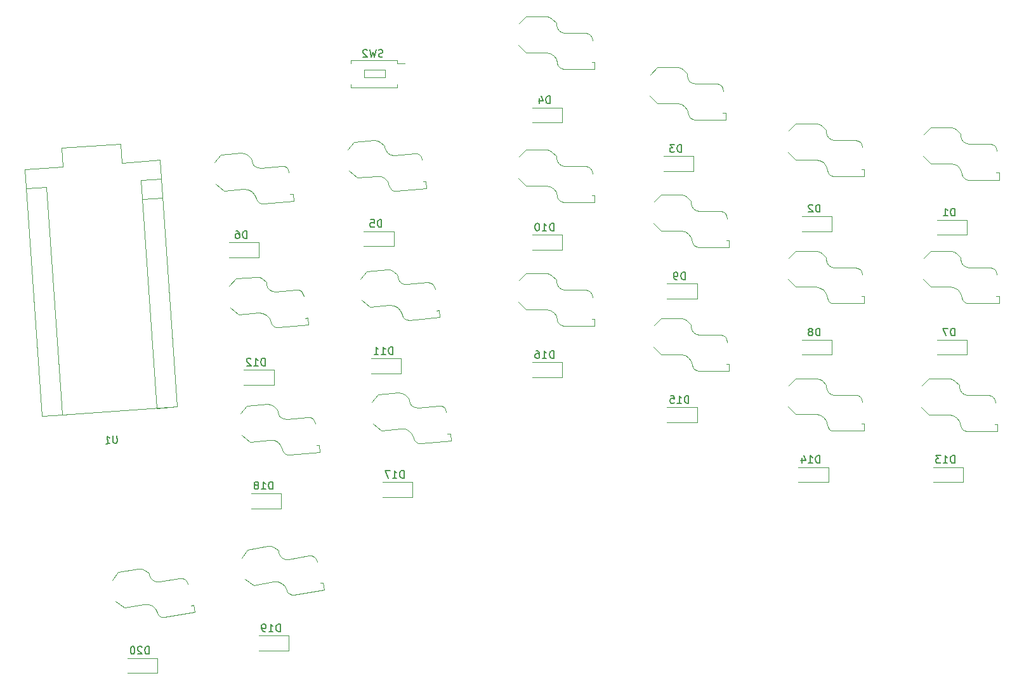
<source format=gbr>
%TF.GenerationSoftware,KiCad,Pcbnew,9.0.6-1.fc43*%
%TF.CreationDate,2026-01-15T13:14:43-05:00*%
%TF.ProjectId,Right,52696768-742e-46b6-9963-61645f706362,rev?*%
%TF.SameCoordinates,Original*%
%TF.FileFunction,Legend,Bot*%
%TF.FilePolarity,Positive*%
%FSLAX46Y46*%
G04 Gerber Fmt 4.6, Leading zero omitted, Abs format (unit mm)*
G04 Created by KiCad (PCBNEW 9.0.6-1.fc43) date 2026-01-15 13:14:43*
%MOMM*%
%LPD*%
G01*
G04 APERTURE LIST*
%ADD10C,0.150000*%
%ADD11C,0.120000*%
G04 APERTURE END LIST*
D10*
X151088094Y-80954819D02*
X151088094Y-79954819D01*
X151088094Y-79954819D02*
X150849999Y-79954819D01*
X150849999Y-79954819D02*
X150707142Y-80002438D01*
X150707142Y-80002438D02*
X150611904Y-80097676D01*
X150611904Y-80097676D02*
X150564285Y-80192914D01*
X150564285Y-80192914D02*
X150516666Y-80383390D01*
X150516666Y-80383390D02*
X150516666Y-80526247D01*
X150516666Y-80526247D02*
X150564285Y-80716723D01*
X150564285Y-80716723D02*
X150611904Y-80811961D01*
X150611904Y-80811961D02*
X150707142Y-80907200D01*
X150707142Y-80907200D02*
X150849999Y-80954819D01*
X150849999Y-80954819D02*
X151088094Y-80954819D01*
X149611904Y-79954819D02*
X150088094Y-79954819D01*
X150088094Y-79954819D02*
X150135713Y-80431009D01*
X150135713Y-80431009D02*
X150088094Y-80383390D01*
X150088094Y-80383390D02*
X149992856Y-80335771D01*
X149992856Y-80335771D02*
X149754761Y-80335771D01*
X149754761Y-80335771D02*
X149659523Y-80383390D01*
X149659523Y-80383390D02*
X149611904Y-80431009D01*
X149611904Y-80431009D02*
X149564285Y-80526247D01*
X149564285Y-80526247D02*
X149564285Y-80764342D01*
X149564285Y-80764342D02*
X149611904Y-80859580D01*
X149611904Y-80859580D02*
X149659523Y-80907200D01*
X149659523Y-80907200D02*
X149754761Y-80954819D01*
X149754761Y-80954819D02*
X149992856Y-80954819D01*
X149992856Y-80954819D02*
X150088094Y-80907200D01*
X150088094Y-80907200D02*
X150135713Y-80859580D01*
X174064285Y-81454819D02*
X174064285Y-80454819D01*
X174064285Y-80454819D02*
X173826190Y-80454819D01*
X173826190Y-80454819D02*
X173683333Y-80502438D01*
X173683333Y-80502438D02*
X173588095Y-80597676D01*
X173588095Y-80597676D02*
X173540476Y-80692914D01*
X173540476Y-80692914D02*
X173492857Y-80883390D01*
X173492857Y-80883390D02*
X173492857Y-81026247D01*
X173492857Y-81026247D02*
X173540476Y-81216723D01*
X173540476Y-81216723D02*
X173588095Y-81311961D01*
X173588095Y-81311961D02*
X173683333Y-81407200D01*
X173683333Y-81407200D02*
X173826190Y-81454819D01*
X173826190Y-81454819D02*
X174064285Y-81454819D01*
X172540476Y-81454819D02*
X173111904Y-81454819D01*
X172826190Y-81454819D02*
X172826190Y-80454819D01*
X172826190Y-80454819D02*
X172921428Y-80597676D01*
X172921428Y-80597676D02*
X173016666Y-80692914D01*
X173016666Y-80692914D02*
X173111904Y-80740533D01*
X171921428Y-80454819D02*
X171826190Y-80454819D01*
X171826190Y-80454819D02*
X171730952Y-80502438D01*
X171730952Y-80502438D02*
X171683333Y-80550057D01*
X171683333Y-80550057D02*
X171635714Y-80645295D01*
X171635714Y-80645295D02*
X171588095Y-80835771D01*
X171588095Y-80835771D02*
X171588095Y-81073866D01*
X171588095Y-81073866D02*
X171635714Y-81264342D01*
X171635714Y-81264342D02*
X171683333Y-81359580D01*
X171683333Y-81359580D02*
X171730952Y-81407200D01*
X171730952Y-81407200D02*
X171826190Y-81454819D01*
X171826190Y-81454819D02*
X171921428Y-81454819D01*
X171921428Y-81454819D02*
X172016666Y-81407200D01*
X172016666Y-81407200D02*
X172064285Y-81359580D01*
X172064285Y-81359580D02*
X172111904Y-81264342D01*
X172111904Y-81264342D02*
X172159523Y-81073866D01*
X172159523Y-81073866D02*
X172159523Y-80835771D01*
X172159523Y-80835771D02*
X172111904Y-80645295D01*
X172111904Y-80645295D02*
X172064285Y-80550057D01*
X172064285Y-80550057D02*
X172016666Y-80502438D01*
X172016666Y-80502438D02*
X171921428Y-80454819D01*
X227588094Y-95454819D02*
X227588094Y-94454819D01*
X227588094Y-94454819D02*
X227349999Y-94454819D01*
X227349999Y-94454819D02*
X227207142Y-94502438D01*
X227207142Y-94502438D02*
X227111904Y-94597676D01*
X227111904Y-94597676D02*
X227064285Y-94692914D01*
X227064285Y-94692914D02*
X227016666Y-94883390D01*
X227016666Y-94883390D02*
X227016666Y-95026247D01*
X227016666Y-95026247D02*
X227064285Y-95216723D01*
X227064285Y-95216723D02*
X227111904Y-95311961D01*
X227111904Y-95311961D02*
X227207142Y-95407200D01*
X227207142Y-95407200D02*
X227349999Y-95454819D01*
X227349999Y-95454819D02*
X227588094Y-95454819D01*
X226683332Y-94454819D02*
X226016666Y-94454819D01*
X226016666Y-94454819D02*
X226445237Y-95454819D01*
X174064285Y-98454819D02*
X174064285Y-97454819D01*
X174064285Y-97454819D02*
X173826190Y-97454819D01*
X173826190Y-97454819D02*
X173683333Y-97502438D01*
X173683333Y-97502438D02*
X173588095Y-97597676D01*
X173588095Y-97597676D02*
X173540476Y-97692914D01*
X173540476Y-97692914D02*
X173492857Y-97883390D01*
X173492857Y-97883390D02*
X173492857Y-98026247D01*
X173492857Y-98026247D02*
X173540476Y-98216723D01*
X173540476Y-98216723D02*
X173588095Y-98311961D01*
X173588095Y-98311961D02*
X173683333Y-98407200D01*
X173683333Y-98407200D02*
X173826190Y-98454819D01*
X173826190Y-98454819D02*
X174064285Y-98454819D01*
X172540476Y-98454819D02*
X173111904Y-98454819D01*
X172826190Y-98454819D02*
X172826190Y-97454819D01*
X172826190Y-97454819D02*
X172921428Y-97597676D01*
X172921428Y-97597676D02*
X173016666Y-97692914D01*
X173016666Y-97692914D02*
X173111904Y-97740533D01*
X171683333Y-97454819D02*
X171873809Y-97454819D01*
X171873809Y-97454819D02*
X171969047Y-97502438D01*
X171969047Y-97502438D02*
X172016666Y-97550057D01*
X172016666Y-97550057D02*
X172111904Y-97692914D01*
X172111904Y-97692914D02*
X172159523Y-97883390D01*
X172159523Y-97883390D02*
X172159523Y-98264342D01*
X172159523Y-98264342D02*
X172111904Y-98359580D01*
X172111904Y-98359580D02*
X172064285Y-98407200D01*
X172064285Y-98407200D02*
X171969047Y-98454819D01*
X171969047Y-98454819D02*
X171778571Y-98454819D01*
X171778571Y-98454819D02*
X171683333Y-98407200D01*
X171683333Y-98407200D02*
X171635714Y-98359580D01*
X171635714Y-98359580D02*
X171588095Y-98264342D01*
X171588095Y-98264342D02*
X171588095Y-98026247D01*
X171588095Y-98026247D02*
X171635714Y-97931009D01*
X171635714Y-97931009D02*
X171683333Y-97883390D01*
X171683333Y-97883390D02*
X171778571Y-97835771D01*
X171778571Y-97835771D02*
X171969047Y-97835771D01*
X171969047Y-97835771D02*
X172064285Y-97883390D01*
X172064285Y-97883390D02*
X172111904Y-97931009D01*
X172111904Y-97931009D02*
X172159523Y-98026247D01*
X191088094Y-70954819D02*
X191088094Y-69954819D01*
X191088094Y-69954819D02*
X190849999Y-69954819D01*
X190849999Y-69954819D02*
X190707142Y-70002438D01*
X190707142Y-70002438D02*
X190611904Y-70097676D01*
X190611904Y-70097676D02*
X190564285Y-70192914D01*
X190564285Y-70192914D02*
X190516666Y-70383390D01*
X190516666Y-70383390D02*
X190516666Y-70526247D01*
X190516666Y-70526247D02*
X190564285Y-70716723D01*
X190564285Y-70716723D02*
X190611904Y-70811961D01*
X190611904Y-70811961D02*
X190707142Y-70907200D01*
X190707142Y-70907200D02*
X190849999Y-70954819D01*
X190849999Y-70954819D02*
X191088094Y-70954819D01*
X190183332Y-69954819D02*
X189564285Y-69954819D01*
X189564285Y-69954819D02*
X189897618Y-70335771D01*
X189897618Y-70335771D02*
X189754761Y-70335771D01*
X189754761Y-70335771D02*
X189659523Y-70383390D01*
X189659523Y-70383390D02*
X189611904Y-70431009D01*
X189611904Y-70431009D02*
X189564285Y-70526247D01*
X189564285Y-70526247D02*
X189564285Y-70764342D01*
X189564285Y-70764342D02*
X189611904Y-70859580D01*
X189611904Y-70859580D02*
X189659523Y-70907200D01*
X189659523Y-70907200D02*
X189754761Y-70954819D01*
X189754761Y-70954819D02*
X190040475Y-70954819D01*
X190040475Y-70954819D02*
X190135713Y-70907200D01*
X190135713Y-70907200D02*
X190183332Y-70859580D01*
X133088094Y-82454819D02*
X133088094Y-81454819D01*
X133088094Y-81454819D02*
X132849999Y-81454819D01*
X132849999Y-81454819D02*
X132707142Y-81502438D01*
X132707142Y-81502438D02*
X132611904Y-81597676D01*
X132611904Y-81597676D02*
X132564285Y-81692914D01*
X132564285Y-81692914D02*
X132516666Y-81883390D01*
X132516666Y-81883390D02*
X132516666Y-82026247D01*
X132516666Y-82026247D02*
X132564285Y-82216723D01*
X132564285Y-82216723D02*
X132611904Y-82311961D01*
X132611904Y-82311961D02*
X132707142Y-82407200D01*
X132707142Y-82407200D02*
X132849999Y-82454819D01*
X132849999Y-82454819D02*
X133088094Y-82454819D01*
X131659523Y-81454819D02*
X131849999Y-81454819D01*
X131849999Y-81454819D02*
X131945237Y-81502438D01*
X131945237Y-81502438D02*
X131992856Y-81550057D01*
X131992856Y-81550057D02*
X132088094Y-81692914D01*
X132088094Y-81692914D02*
X132135713Y-81883390D01*
X132135713Y-81883390D02*
X132135713Y-82264342D01*
X132135713Y-82264342D02*
X132088094Y-82359580D01*
X132088094Y-82359580D02*
X132040475Y-82407200D01*
X132040475Y-82407200D02*
X131945237Y-82454819D01*
X131945237Y-82454819D02*
X131754761Y-82454819D01*
X131754761Y-82454819D02*
X131659523Y-82407200D01*
X131659523Y-82407200D02*
X131611904Y-82359580D01*
X131611904Y-82359580D02*
X131564285Y-82264342D01*
X131564285Y-82264342D02*
X131564285Y-82026247D01*
X131564285Y-82026247D02*
X131611904Y-81931009D01*
X131611904Y-81931009D02*
X131659523Y-81883390D01*
X131659523Y-81883390D02*
X131754761Y-81835771D01*
X131754761Y-81835771D02*
X131945237Y-81835771D01*
X131945237Y-81835771D02*
X132040475Y-81883390D01*
X132040475Y-81883390D02*
X132088094Y-81931009D01*
X132088094Y-81931009D02*
X132135713Y-82026247D01*
X192064285Y-104454819D02*
X192064285Y-103454819D01*
X192064285Y-103454819D02*
X191826190Y-103454819D01*
X191826190Y-103454819D02*
X191683333Y-103502438D01*
X191683333Y-103502438D02*
X191588095Y-103597676D01*
X191588095Y-103597676D02*
X191540476Y-103692914D01*
X191540476Y-103692914D02*
X191492857Y-103883390D01*
X191492857Y-103883390D02*
X191492857Y-104026247D01*
X191492857Y-104026247D02*
X191540476Y-104216723D01*
X191540476Y-104216723D02*
X191588095Y-104311961D01*
X191588095Y-104311961D02*
X191683333Y-104407200D01*
X191683333Y-104407200D02*
X191826190Y-104454819D01*
X191826190Y-104454819D02*
X192064285Y-104454819D01*
X190540476Y-104454819D02*
X191111904Y-104454819D01*
X190826190Y-104454819D02*
X190826190Y-103454819D01*
X190826190Y-103454819D02*
X190921428Y-103597676D01*
X190921428Y-103597676D02*
X191016666Y-103692914D01*
X191016666Y-103692914D02*
X191111904Y-103740533D01*
X189635714Y-103454819D02*
X190111904Y-103454819D01*
X190111904Y-103454819D02*
X190159523Y-103931009D01*
X190159523Y-103931009D02*
X190111904Y-103883390D01*
X190111904Y-103883390D02*
X190016666Y-103835771D01*
X190016666Y-103835771D02*
X189778571Y-103835771D01*
X189778571Y-103835771D02*
X189683333Y-103883390D01*
X189683333Y-103883390D02*
X189635714Y-103931009D01*
X189635714Y-103931009D02*
X189588095Y-104026247D01*
X189588095Y-104026247D02*
X189588095Y-104264342D01*
X189588095Y-104264342D02*
X189635714Y-104359580D01*
X189635714Y-104359580D02*
X189683333Y-104407200D01*
X189683333Y-104407200D02*
X189778571Y-104454819D01*
X189778571Y-104454819D02*
X190016666Y-104454819D01*
X190016666Y-104454819D02*
X190111904Y-104407200D01*
X190111904Y-104407200D02*
X190159523Y-104359580D01*
X152564285Y-97954819D02*
X152564285Y-96954819D01*
X152564285Y-96954819D02*
X152326190Y-96954819D01*
X152326190Y-96954819D02*
X152183333Y-97002438D01*
X152183333Y-97002438D02*
X152088095Y-97097676D01*
X152088095Y-97097676D02*
X152040476Y-97192914D01*
X152040476Y-97192914D02*
X151992857Y-97383390D01*
X151992857Y-97383390D02*
X151992857Y-97526247D01*
X151992857Y-97526247D02*
X152040476Y-97716723D01*
X152040476Y-97716723D02*
X152088095Y-97811961D01*
X152088095Y-97811961D02*
X152183333Y-97907200D01*
X152183333Y-97907200D02*
X152326190Y-97954819D01*
X152326190Y-97954819D02*
X152564285Y-97954819D01*
X151040476Y-97954819D02*
X151611904Y-97954819D01*
X151326190Y-97954819D02*
X151326190Y-96954819D01*
X151326190Y-96954819D02*
X151421428Y-97097676D01*
X151421428Y-97097676D02*
X151516666Y-97192914D01*
X151516666Y-97192914D02*
X151611904Y-97240533D01*
X150088095Y-97954819D02*
X150659523Y-97954819D01*
X150373809Y-97954819D02*
X150373809Y-96954819D01*
X150373809Y-96954819D02*
X150469047Y-97097676D01*
X150469047Y-97097676D02*
X150564285Y-97192914D01*
X150564285Y-97192914D02*
X150659523Y-97240533D01*
X136564285Y-115954819D02*
X136564285Y-114954819D01*
X136564285Y-114954819D02*
X136326190Y-114954819D01*
X136326190Y-114954819D02*
X136183333Y-115002438D01*
X136183333Y-115002438D02*
X136088095Y-115097676D01*
X136088095Y-115097676D02*
X136040476Y-115192914D01*
X136040476Y-115192914D02*
X135992857Y-115383390D01*
X135992857Y-115383390D02*
X135992857Y-115526247D01*
X135992857Y-115526247D02*
X136040476Y-115716723D01*
X136040476Y-115716723D02*
X136088095Y-115811961D01*
X136088095Y-115811961D02*
X136183333Y-115907200D01*
X136183333Y-115907200D02*
X136326190Y-115954819D01*
X136326190Y-115954819D02*
X136564285Y-115954819D01*
X135040476Y-115954819D02*
X135611904Y-115954819D01*
X135326190Y-115954819D02*
X135326190Y-114954819D01*
X135326190Y-114954819D02*
X135421428Y-115097676D01*
X135421428Y-115097676D02*
X135516666Y-115192914D01*
X135516666Y-115192914D02*
X135611904Y-115240533D01*
X134469047Y-115383390D02*
X134564285Y-115335771D01*
X134564285Y-115335771D02*
X134611904Y-115288152D01*
X134611904Y-115288152D02*
X134659523Y-115192914D01*
X134659523Y-115192914D02*
X134659523Y-115145295D01*
X134659523Y-115145295D02*
X134611904Y-115050057D01*
X134611904Y-115050057D02*
X134564285Y-115002438D01*
X134564285Y-115002438D02*
X134469047Y-114954819D01*
X134469047Y-114954819D02*
X134278571Y-114954819D01*
X134278571Y-114954819D02*
X134183333Y-115002438D01*
X134183333Y-115002438D02*
X134135714Y-115050057D01*
X134135714Y-115050057D02*
X134088095Y-115145295D01*
X134088095Y-115145295D02*
X134088095Y-115192914D01*
X134088095Y-115192914D02*
X134135714Y-115288152D01*
X134135714Y-115288152D02*
X134183333Y-115335771D01*
X134183333Y-115335771D02*
X134278571Y-115383390D01*
X134278571Y-115383390D02*
X134469047Y-115383390D01*
X134469047Y-115383390D02*
X134564285Y-115431009D01*
X134564285Y-115431009D02*
X134611904Y-115478628D01*
X134611904Y-115478628D02*
X134659523Y-115573866D01*
X134659523Y-115573866D02*
X134659523Y-115764342D01*
X134659523Y-115764342D02*
X134611904Y-115859580D01*
X134611904Y-115859580D02*
X134564285Y-115907200D01*
X134564285Y-115907200D02*
X134469047Y-115954819D01*
X134469047Y-115954819D02*
X134278571Y-115954819D01*
X134278571Y-115954819D02*
X134183333Y-115907200D01*
X134183333Y-115907200D02*
X134135714Y-115859580D01*
X134135714Y-115859580D02*
X134088095Y-115764342D01*
X134088095Y-115764342D02*
X134088095Y-115573866D01*
X134088095Y-115573866D02*
X134135714Y-115478628D01*
X134135714Y-115478628D02*
X134183333Y-115431009D01*
X134183333Y-115431009D02*
X134278571Y-115383390D01*
X209588094Y-95454819D02*
X209588094Y-94454819D01*
X209588094Y-94454819D02*
X209349999Y-94454819D01*
X209349999Y-94454819D02*
X209207142Y-94502438D01*
X209207142Y-94502438D02*
X209111904Y-94597676D01*
X209111904Y-94597676D02*
X209064285Y-94692914D01*
X209064285Y-94692914D02*
X209016666Y-94883390D01*
X209016666Y-94883390D02*
X209016666Y-95026247D01*
X209016666Y-95026247D02*
X209064285Y-95216723D01*
X209064285Y-95216723D02*
X209111904Y-95311961D01*
X209111904Y-95311961D02*
X209207142Y-95407200D01*
X209207142Y-95407200D02*
X209349999Y-95454819D01*
X209349999Y-95454819D02*
X209588094Y-95454819D01*
X208445237Y-94883390D02*
X208540475Y-94835771D01*
X208540475Y-94835771D02*
X208588094Y-94788152D01*
X208588094Y-94788152D02*
X208635713Y-94692914D01*
X208635713Y-94692914D02*
X208635713Y-94645295D01*
X208635713Y-94645295D02*
X208588094Y-94550057D01*
X208588094Y-94550057D02*
X208540475Y-94502438D01*
X208540475Y-94502438D02*
X208445237Y-94454819D01*
X208445237Y-94454819D02*
X208254761Y-94454819D01*
X208254761Y-94454819D02*
X208159523Y-94502438D01*
X208159523Y-94502438D02*
X208111904Y-94550057D01*
X208111904Y-94550057D02*
X208064285Y-94645295D01*
X208064285Y-94645295D02*
X208064285Y-94692914D01*
X208064285Y-94692914D02*
X208111904Y-94788152D01*
X208111904Y-94788152D02*
X208159523Y-94835771D01*
X208159523Y-94835771D02*
X208254761Y-94883390D01*
X208254761Y-94883390D02*
X208445237Y-94883390D01*
X208445237Y-94883390D02*
X208540475Y-94931009D01*
X208540475Y-94931009D02*
X208588094Y-94978628D01*
X208588094Y-94978628D02*
X208635713Y-95073866D01*
X208635713Y-95073866D02*
X208635713Y-95264342D01*
X208635713Y-95264342D02*
X208588094Y-95359580D01*
X208588094Y-95359580D02*
X208540475Y-95407200D01*
X208540475Y-95407200D02*
X208445237Y-95454819D01*
X208445237Y-95454819D02*
X208254761Y-95454819D01*
X208254761Y-95454819D02*
X208159523Y-95407200D01*
X208159523Y-95407200D02*
X208111904Y-95359580D01*
X208111904Y-95359580D02*
X208064285Y-95264342D01*
X208064285Y-95264342D02*
X208064285Y-95073866D01*
X208064285Y-95073866D02*
X208111904Y-94978628D01*
X208111904Y-94978628D02*
X208159523Y-94931009D01*
X208159523Y-94931009D02*
X208254761Y-94883390D01*
X209564285Y-112454819D02*
X209564285Y-111454819D01*
X209564285Y-111454819D02*
X209326190Y-111454819D01*
X209326190Y-111454819D02*
X209183333Y-111502438D01*
X209183333Y-111502438D02*
X209088095Y-111597676D01*
X209088095Y-111597676D02*
X209040476Y-111692914D01*
X209040476Y-111692914D02*
X208992857Y-111883390D01*
X208992857Y-111883390D02*
X208992857Y-112026247D01*
X208992857Y-112026247D02*
X209040476Y-112216723D01*
X209040476Y-112216723D02*
X209088095Y-112311961D01*
X209088095Y-112311961D02*
X209183333Y-112407200D01*
X209183333Y-112407200D02*
X209326190Y-112454819D01*
X209326190Y-112454819D02*
X209564285Y-112454819D01*
X208040476Y-112454819D02*
X208611904Y-112454819D01*
X208326190Y-112454819D02*
X208326190Y-111454819D01*
X208326190Y-111454819D02*
X208421428Y-111597676D01*
X208421428Y-111597676D02*
X208516666Y-111692914D01*
X208516666Y-111692914D02*
X208611904Y-111740533D01*
X207183333Y-111788152D02*
X207183333Y-112454819D01*
X207421428Y-111407200D02*
X207659523Y-112121485D01*
X207659523Y-112121485D02*
X207040476Y-112121485D01*
X115773938Y-108772670D02*
X115830408Y-109580222D01*
X115830408Y-109580222D02*
X115789548Y-109678549D01*
X115789548Y-109678549D02*
X115745367Y-109729374D01*
X115745367Y-109729374D02*
X115653683Y-109783521D01*
X115653683Y-109783521D02*
X115463670Y-109796808D01*
X115463670Y-109796808D02*
X115365343Y-109755948D01*
X115365343Y-109755948D02*
X115314518Y-109711767D01*
X115314518Y-109711767D02*
X115260371Y-109620082D01*
X115260371Y-109620082D02*
X115203902Y-108812531D01*
X114276094Y-109879851D02*
X114846131Y-109839990D01*
X114561113Y-109859921D02*
X114491356Y-108862357D01*
X114491356Y-108862357D02*
X114596327Y-108998222D01*
X114596327Y-108998222D02*
X114697977Y-109086585D01*
X114697977Y-109086585D02*
X114796305Y-109127445D01*
X227564285Y-112454819D02*
X227564285Y-111454819D01*
X227564285Y-111454819D02*
X227326190Y-111454819D01*
X227326190Y-111454819D02*
X227183333Y-111502438D01*
X227183333Y-111502438D02*
X227088095Y-111597676D01*
X227088095Y-111597676D02*
X227040476Y-111692914D01*
X227040476Y-111692914D02*
X226992857Y-111883390D01*
X226992857Y-111883390D02*
X226992857Y-112026247D01*
X226992857Y-112026247D02*
X227040476Y-112216723D01*
X227040476Y-112216723D02*
X227088095Y-112311961D01*
X227088095Y-112311961D02*
X227183333Y-112407200D01*
X227183333Y-112407200D02*
X227326190Y-112454819D01*
X227326190Y-112454819D02*
X227564285Y-112454819D01*
X226040476Y-112454819D02*
X226611904Y-112454819D01*
X226326190Y-112454819D02*
X226326190Y-111454819D01*
X226326190Y-111454819D02*
X226421428Y-111597676D01*
X226421428Y-111597676D02*
X226516666Y-111692914D01*
X226516666Y-111692914D02*
X226611904Y-111740533D01*
X225707142Y-111454819D02*
X225088095Y-111454819D01*
X225088095Y-111454819D02*
X225421428Y-111835771D01*
X225421428Y-111835771D02*
X225278571Y-111835771D01*
X225278571Y-111835771D02*
X225183333Y-111883390D01*
X225183333Y-111883390D02*
X225135714Y-111931009D01*
X225135714Y-111931009D02*
X225088095Y-112026247D01*
X225088095Y-112026247D02*
X225088095Y-112264342D01*
X225088095Y-112264342D02*
X225135714Y-112359580D01*
X225135714Y-112359580D02*
X225183333Y-112407200D01*
X225183333Y-112407200D02*
X225278571Y-112454819D01*
X225278571Y-112454819D02*
X225564285Y-112454819D01*
X225564285Y-112454819D02*
X225659523Y-112407200D01*
X225659523Y-112407200D02*
X225707142Y-112359580D01*
X120064285Y-137954819D02*
X120064285Y-136954819D01*
X120064285Y-136954819D02*
X119826190Y-136954819D01*
X119826190Y-136954819D02*
X119683333Y-137002438D01*
X119683333Y-137002438D02*
X119588095Y-137097676D01*
X119588095Y-137097676D02*
X119540476Y-137192914D01*
X119540476Y-137192914D02*
X119492857Y-137383390D01*
X119492857Y-137383390D02*
X119492857Y-137526247D01*
X119492857Y-137526247D02*
X119540476Y-137716723D01*
X119540476Y-137716723D02*
X119588095Y-137811961D01*
X119588095Y-137811961D02*
X119683333Y-137907200D01*
X119683333Y-137907200D02*
X119826190Y-137954819D01*
X119826190Y-137954819D02*
X120064285Y-137954819D01*
X119111904Y-137050057D02*
X119064285Y-137002438D01*
X119064285Y-137002438D02*
X118969047Y-136954819D01*
X118969047Y-136954819D02*
X118730952Y-136954819D01*
X118730952Y-136954819D02*
X118635714Y-137002438D01*
X118635714Y-137002438D02*
X118588095Y-137050057D01*
X118588095Y-137050057D02*
X118540476Y-137145295D01*
X118540476Y-137145295D02*
X118540476Y-137240533D01*
X118540476Y-137240533D02*
X118588095Y-137383390D01*
X118588095Y-137383390D02*
X119159523Y-137954819D01*
X119159523Y-137954819D02*
X118540476Y-137954819D01*
X117921428Y-136954819D02*
X117826190Y-136954819D01*
X117826190Y-136954819D02*
X117730952Y-137002438D01*
X117730952Y-137002438D02*
X117683333Y-137050057D01*
X117683333Y-137050057D02*
X117635714Y-137145295D01*
X117635714Y-137145295D02*
X117588095Y-137335771D01*
X117588095Y-137335771D02*
X117588095Y-137573866D01*
X117588095Y-137573866D02*
X117635714Y-137764342D01*
X117635714Y-137764342D02*
X117683333Y-137859580D01*
X117683333Y-137859580D02*
X117730952Y-137907200D01*
X117730952Y-137907200D02*
X117826190Y-137954819D01*
X117826190Y-137954819D02*
X117921428Y-137954819D01*
X117921428Y-137954819D02*
X118016666Y-137907200D01*
X118016666Y-137907200D02*
X118064285Y-137859580D01*
X118064285Y-137859580D02*
X118111904Y-137764342D01*
X118111904Y-137764342D02*
X118159523Y-137573866D01*
X118159523Y-137573866D02*
X118159523Y-137335771D01*
X118159523Y-137335771D02*
X118111904Y-137145295D01*
X118111904Y-137145295D02*
X118064285Y-137050057D01*
X118064285Y-137050057D02*
X118016666Y-137002438D01*
X118016666Y-137002438D02*
X117921428Y-136954819D01*
X151263332Y-58207200D02*
X151120475Y-58254819D01*
X151120475Y-58254819D02*
X150882380Y-58254819D01*
X150882380Y-58254819D02*
X150787142Y-58207200D01*
X150787142Y-58207200D02*
X150739523Y-58159580D01*
X150739523Y-58159580D02*
X150691904Y-58064342D01*
X150691904Y-58064342D02*
X150691904Y-57969104D01*
X150691904Y-57969104D02*
X150739523Y-57873866D01*
X150739523Y-57873866D02*
X150787142Y-57826247D01*
X150787142Y-57826247D02*
X150882380Y-57778628D01*
X150882380Y-57778628D02*
X151072856Y-57731009D01*
X151072856Y-57731009D02*
X151168094Y-57683390D01*
X151168094Y-57683390D02*
X151215713Y-57635771D01*
X151215713Y-57635771D02*
X151263332Y-57540533D01*
X151263332Y-57540533D02*
X151263332Y-57445295D01*
X151263332Y-57445295D02*
X151215713Y-57350057D01*
X151215713Y-57350057D02*
X151168094Y-57302438D01*
X151168094Y-57302438D02*
X151072856Y-57254819D01*
X151072856Y-57254819D02*
X150834761Y-57254819D01*
X150834761Y-57254819D02*
X150691904Y-57302438D01*
X150358570Y-57254819D02*
X150120475Y-58254819D01*
X150120475Y-58254819D02*
X149929999Y-57540533D01*
X149929999Y-57540533D02*
X149739523Y-58254819D01*
X149739523Y-58254819D02*
X149501428Y-57254819D01*
X149168094Y-57350057D02*
X149120475Y-57302438D01*
X149120475Y-57302438D02*
X149025237Y-57254819D01*
X149025237Y-57254819D02*
X148787142Y-57254819D01*
X148787142Y-57254819D02*
X148691904Y-57302438D01*
X148691904Y-57302438D02*
X148644285Y-57350057D01*
X148644285Y-57350057D02*
X148596666Y-57445295D01*
X148596666Y-57445295D02*
X148596666Y-57540533D01*
X148596666Y-57540533D02*
X148644285Y-57683390D01*
X148644285Y-57683390D02*
X149215713Y-58254819D01*
X149215713Y-58254819D02*
X148596666Y-58254819D01*
X209588094Y-78954819D02*
X209588094Y-77954819D01*
X209588094Y-77954819D02*
X209349999Y-77954819D01*
X209349999Y-77954819D02*
X209207142Y-78002438D01*
X209207142Y-78002438D02*
X209111904Y-78097676D01*
X209111904Y-78097676D02*
X209064285Y-78192914D01*
X209064285Y-78192914D02*
X209016666Y-78383390D01*
X209016666Y-78383390D02*
X209016666Y-78526247D01*
X209016666Y-78526247D02*
X209064285Y-78716723D01*
X209064285Y-78716723D02*
X209111904Y-78811961D01*
X209111904Y-78811961D02*
X209207142Y-78907200D01*
X209207142Y-78907200D02*
X209349999Y-78954819D01*
X209349999Y-78954819D02*
X209588094Y-78954819D01*
X208635713Y-78050057D02*
X208588094Y-78002438D01*
X208588094Y-78002438D02*
X208492856Y-77954819D01*
X208492856Y-77954819D02*
X208254761Y-77954819D01*
X208254761Y-77954819D02*
X208159523Y-78002438D01*
X208159523Y-78002438D02*
X208111904Y-78050057D01*
X208111904Y-78050057D02*
X208064285Y-78145295D01*
X208064285Y-78145295D02*
X208064285Y-78240533D01*
X208064285Y-78240533D02*
X208111904Y-78383390D01*
X208111904Y-78383390D02*
X208683332Y-78954819D01*
X208683332Y-78954819D02*
X208064285Y-78954819D01*
X173588094Y-64454819D02*
X173588094Y-63454819D01*
X173588094Y-63454819D02*
X173349999Y-63454819D01*
X173349999Y-63454819D02*
X173207142Y-63502438D01*
X173207142Y-63502438D02*
X173111904Y-63597676D01*
X173111904Y-63597676D02*
X173064285Y-63692914D01*
X173064285Y-63692914D02*
X173016666Y-63883390D01*
X173016666Y-63883390D02*
X173016666Y-64026247D01*
X173016666Y-64026247D02*
X173064285Y-64216723D01*
X173064285Y-64216723D02*
X173111904Y-64311961D01*
X173111904Y-64311961D02*
X173207142Y-64407200D01*
X173207142Y-64407200D02*
X173349999Y-64454819D01*
X173349999Y-64454819D02*
X173588094Y-64454819D01*
X172159523Y-63788152D02*
X172159523Y-64454819D01*
X172397618Y-63407200D02*
X172635713Y-64121485D01*
X172635713Y-64121485D02*
X172016666Y-64121485D01*
X154064285Y-114454819D02*
X154064285Y-113454819D01*
X154064285Y-113454819D02*
X153826190Y-113454819D01*
X153826190Y-113454819D02*
X153683333Y-113502438D01*
X153683333Y-113502438D02*
X153588095Y-113597676D01*
X153588095Y-113597676D02*
X153540476Y-113692914D01*
X153540476Y-113692914D02*
X153492857Y-113883390D01*
X153492857Y-113883390D02*
X153492857Y-114026247D01*
X153492857Y-114026247D02*
X153540476Y-114216723D01*
X153540476Y-114216723D02*
X153588095Y-114311961D01*
X153588095Y-114311961D02*
X153683333Y-114407200D01*
X153683333Y-114407200D02*
X153826190Y-114454819D01*
X153826190Y-114454819D02*
X154064285Y-114454819D01*
X152540476Y-114454819D02*
X153111904Y-114454819D01*
X152826190Y-114454819D02*
X152826190Y-113454819D01*
X152826190Y-113454819D02*
X152921428Y-113597676D01*
X152921428Y-113597676D02*
X153016666Y-113692914D01*
X153016666Y-113692914D02*
X153111904Y-113740533D01*
X152207142Y-113454819D02*
X151540476Y-113454819D01*
X151540476Y-113454819D02*
X151969047Y-114454819D01*
X191588094Y-87954819D02*
X191588094Y-86954819D01*
X191588094Y-86954819D02*
X191349999Y-86954819D01*
X191349999Y-86954819D02*
X191207142Y-87002438D01*
X191207142Y-87002438D02*
X191111904Y-87097676D01*
X191111904Y-87097676D02*
X191064285Y-87192914D01*
X191064285Y-87192914D02*
X191016666Y-87383390D01*
X191016666Y-87383390D02*
X191016666Y-87526247D01*
X191016666Y-87526247D02*
X191064285Y-87716723D01*
X191064285Y-87716723D02*
X191111904Y-87811961D01*
X191111904Y-87811961D02*
X191207142Y-87907200D01*
X191207142Y-87907200D02*
X191349999Y-87954819D01*
X191349999Y-87954819D02*
X191588094Y-87954819D01*
X190540475Y-87954819D02*
X190349999Y-87954819D01*
X190349999Y-87954819D02*
X190254761Y-87907200D01*
X190254761Y-87907200D02*
X190207142Y-87859580D01*
X190207142Y-87859580D02*
X190111904Y-87716723D01*
X190111904Y-87716723D02*
X190064285Y-87526247D01*
X190064285Y-87526247D02*
X190064285Y-87145295D01*
X190064285Y-87145295D02*
X190111904Y-87050057D01*
X190111904Y-87050057D02*
X190159523Y-87002438D01*
X190159523Y-87002438D02*
X190254761Y-86954819D01*
X190254761Y-86954819D02*
X190445237Y-86954819D01*
X190445237Y-86954819D02*
X190540475Y-87002438D01*
X190540475Y-87002438D02*
X190588094Y-87050057D01*
X190588094Y-87050057D02*
X190635713Y-87145295D01*
X190635713Y-87145295D02*
X190635713Y-87383390D01*
X190635713Y-87383390D02*
X190588094Y-87478628D01*
X190588094Y-87478628D02*
X190540475Y-87526247D01*
X190540475Y-87526247D02*
X190445237Y-87573866D01*
X190445237Y-87573866D02*
X190254761Y-87573866D01*
X190254761Y-87573866D02*
X190159523Y-87526247D01*
X190159523Y-87526247D02*
X190111904Y-87478628D01*
X190111904Y-87478628D02*
X190064285Y-87383390D01*
X227588094Y-79454819D02*
X227588094Y-78454819D01*
X227588094Y-78454819D02*
X227349999Y-78454819D01*
X227349999Y-78454819D02*
X227207142Y-78502438D01*
X227207142Y-78502438D02*
X227111904Y-78597676D01*
X227111904Y-78597676D02*
X227064285Y-78692914D01*
X227064285Y-78692914D02*
X227016666Y-78883390D01*
X227016666Y-78883390D02*
X227016666Y-79026247D01*
X227016666Y-79026247D02*
X227064285Y-79216723D01*
X227064285Y-79216723D02*
X227111904Y-79311961D01*
X227111904Y-79311961D02*
X227207142Y-79407200D01*
X227207142Y-79407200D02*
X227349999Y-79454819D01*
X227349999Y-79454819D02*
X227588094Y-79454819D01*
X226064285Y-79454819D02*
X226635713Y-79454819D01*
X226349999Y-79454819D02*
X226349999Y-78454819D01*
X226349999Y-78454819D02*
X226445237Y-78597676D01*
X226445237Y-78597676D02*
X226540475Y-78692914D01*
X226540475Y-78692914D02*
X226635713Y-78740533D01*
X135564285Y-99454819D02*
X135564285Y-98454819D01*
X135564285Y-98454819D02*
X135326190Y-98454819D01*
X135326190Y-98454819D02*
X135183333Y-98502438D01*
X135183333Y-98502438D02*
X135088095Y-98597676D01*
X135088095Y-98597676D02*
X135040476Y-98692914D01*
X135040476Y-98692914D02*
X134992857Y-98883390D01*
X134992857Y-98883390D02*
X134992857Y-99026247D01*
X134992857Y-99026247D02*
X135040476Y-99216723D01*
X135040476Y-99216723D02*
X135088095Y-99311961D01*
X135088095Y-99311961D02*
X135183333Y-99407200D01*
X135183333Y-99407200D02*
X135326190Y-99454819D01*
X135326190Y-99454819D02*
X135564285Y-99454819D01*
X134040476Y-99454819D02*
X134611904Y-99454819D01*
X134326190Y-99454819D02*
X134326190Y-98454819D01*
X134326190Y-98454819D02*
X134421428Y-98597676D01*
X134421428Y-98597676D02*
X134516666Y-98692914D01*
X134516666Y-98692914D02*
X134611904Y-98740533D01*
X133659523Y-98550057D02*
X133611904Y-98502438D01*
X133611904Y-98502438D02*
X133516666Y-98454819D01*
X133516666Y-98454819D02*
X133278571Y-98454819D01*
X133278571Y-98454819D02*
X133183333Y-98502438D01*
X133183333Y-98502438D02*
X133135714Y-98550057D01*
X133135714Y-98550057D02*
X133088095Y-98645295D01*
X133088095Y-98645295D02*
X133088095Y-98740533D01*
X133088095Y-98740533D02*
X133135714Y-98883390D01*
X133135714Y-98883390D02*
X133707142Y-99454819D01*
X133707142Y-99454819D02*
X133088095Y-99454819D01*
X137564285Y-134954819D02*
X137564285Y-133954819D01*
X137564285Y-133954819D02*
X137326190Y-133954819D01*
X137326190Y-133954819D02*
X137183333Y-134002438D01*
X137183333Y-134002438D02*
X137088095Y-134097676D01*
X137088095Y-134097676D02*
X137040476Y-134192914D01*
X137040476Y-134192914D02*
X136992857Y-134383390D01*
X136992857Y-134383390D02*
X136992857Y-134526247D01*
X136992857Y-134526247D02*
X137040476Y-134716723D01*
X137040476Y-134716723D02*
X137088095Y-134811961D01*
X137088095Y-134811961D02*
X137183333Y-134907200D01*
X137183333Y-134907200D02*
X137326190Y-134954819D01*
X137326190Y-134954819D02*
X137564285Y-134954819D01*
X136040476Y-134954819D02*
X136611904Y-134954819D01*
X136326190Y-134954819D02*
X136326190Y-133954819D01*
X136326190Y-133954819D02*
X136421428Y-134097676D01*
X136421428Y-134097676D02*
X136516666Y-134192914D01*
X136516666Y-134192914D02*
X136611904Y-134240533D01*
X135564285Y-134954819D02*
X135373809Y-134954819D01*
X135373809Y-134954819D02*
X135278571Y-134907200D01*
X135278571Y-134907200D02*
X135230952Y-134859580D01*
X135230952Y-134859580D02*
X135135714Y-134716723D01*
X135135714Y-134716723D02*
X135088095Y-134526247D01*
X135088095Y-134526247D02*
X135088095Y-134145295D01*
X135088095Y-134145295D02*
X135135714Y-134050057D01*
X135135714Y-134050057D02*
X135183333Y-134002438D01*
X135183333Y-134002438D02*
X135278571Y-133954819D01*
X135278571Y-133954819D02*
X135469047Y-133954819D01*
X135469047Y-133954819D02*
X135564285Y-134002438D01*
X135564285Y-134002438D02*
X135611904Y-134050057D01*
X135611904Y-134050057D02*
X135659523Y-134145295D01*
X135659523Y-134145295D02*
X135659523Y-134383390D01*
X135659523Y-134383390D02*
X135611904Y-134478628D01*
X135611904Y-134478628D02*
X135564285Y-134526247D01*
X135564285Y-134526247D02*
X135469047Y-134573866D01*
X135469047Y-134573866D02*
X135278571Y-134573866D01*
X135278571Y-134573866D02*
X135183333Y-134526247D01*
X135183333Y-134526247D02*
X135135714Y-134478628D01*
X135135714Y-134478628D02*
X135088095Y-134383390D01*
D11*
%TO.C,S12*%
X130776528Y-88850404D02*
X131628296Y-87835304D01*
X131628296Y-87835304D02*
X134364843Y-87595887D01*
X132045948Y-92609071D02*
X130939846Y-91680942D01*
X134364843Y-87595887D02*
X134773283Y-87640461D01*
X134682875Y-92378370D02*
X132045948Y-92609071D01*
X134773283Y-87640461D02*
X135133941Y-87838782D01*
X135133941Y-87838782D02*
X135711366Y-88323301D01*
X135251888Y-92433988D02*
X134682875Y-92378370D01*
X135711366Y-88323301D02*
X135730714Y-88544455D01*
X135730714Y-88544455D02*
X135855558Y-88973207D01*
X135755123Y-92690103D02*
X135251888Y-92433988D01*
X135855558Y-88973207D02*
X136130617Y-89317543D01*
X136130617Y-89317543D02*
X136517483Y-89528629D01*
X136131321Y-93111920D02*
X135755123Y-92690103D01*
X136333368Y-93654376D02*
X136131321Y-93111920D01*
X136441027Y-93944095D02*
X136333368Y-93654376D01*
X136517483Y-89528629D02*
X136961400Y-89577123D01*
X136655779Y-94184291D02*
X136441027Y-93944095D01*
X136943552Y-94329763D02*
X136655779Y-94184291D01*
X136961400Y-89577123D02*
X139750746Y-89333088D01*
X137257514Y-94361521D02*
X136943552Y-94329763D01*
X139750746Y-89333088D02*
X140082166Y-89369338D01*
X140082166Y-89369338D02*
X140380562Y-89532955D01*
X140380562Y-89532955D02*
X140593509Y-89798406D01*
X140593509Y-89798406D02*
X140715400Y-90216372D01*
X140884247Y-93098624D02*
X141245866Y-93066988D01*
X141245866Y-93066988D02*
X141327966Y-94005402D01*
X141327966Y-94005402D02*
X137257514Y-94361521D01*
%TO.C,S20*%
X115184145Y-128123093D02*
X115944200Y-127037618D01*
X115944200Y-127037618D02*
X118649467Y-126560607D01*
X116776324Y-131756819D02*
X115593541Y-130928626D01*
X118649467Y-126560607D02*
X119060238Y-126569414D01*
X119060238Y-126569414D02*
X119436807Y-126735547D01*
X119383110Y-131297174D02*
X116776324Y-131756819D01*
X119436807Y-126735547D02*
X120054265Y-127167894D01*
X119954803Y-131302986D02*
X119383110Y-131297174D01*
X120054265Y-127167894D02*
X120092815Y-127386520D01*
X120092815Y-127386520D02*
X120254551Y-127802759D01*
X120254551Y-127802759D02*
X120558574Y-128121814D01*
X120478447Y-131514268D02*
X119954803Y-131302986D01*
X120558574Y-128121814D02*
X120962366Y-128298378D01*
X120889975Y-131901691D02*
X120478447Y-131514268D01*
X120962366Y-128298378D02*
X121408820Y-128308000D01*
X121138532Y-132424472D02*
X120889975Y-131901691D01*
X121271032Y-132703707D02*
X121138532Y-132424472D01*
X121408820Y-128308000D02*
X124166283Y-127821785D01*
X121505904Y-132924272D02*
X121271032Y-132703707D01*
X121805260Y-133044109D02*
X121505904Y-132924272D01*
X122120796Y-133048383D02*
X121805260Y-133044109D01*
X124166283Y-127821785D02*
X124499600Y-127829013D01*
X124499600Y-127829013D02*
X124811122Y-127966001D01*
X124811122Y-127966001D02*
X125046395Y-128211881D01*
X125046395Y-128211881D02*
X125204250Y-128617634D01*
X125623657Y-131474201D02*
X125981143Y-131411168D01*
X125981143Y-131411168D02*
X126144721Y-132338856D01*
X126144721Y-132338856D02*
X122120796Y-133048383D01*
%TO.C,S17*%
X149797457Y-104329761D02*
X150649225Y-103314661D01*
X150649225Y-103314661D02*
X153385772Y-103075244D01*
X151066877Y-108088428D02*
X149960775Y-107160299D01*
X153385772Y-103075244D02*
X153794212Y-103119818D01*
X153703804Y-107857727D02*
X151066877Y-108088428D01*
X153794212Y-103119818D02*
X154154870Y-103318139D01*
X154154870Y-103318139D02*
X154732295Y-103802658D01*
X154272817Y-107913345D02*
X153703804Y-107857727D01*
X154732295Y-103802658D02*
X154751643Y-104023812D01*
X154751643Y-104023812D02*
X154876487Y-104452564D01*
X154776052Y-108169460D02*
X154272817Y-107913345D01*
X154876487Y-104452564D02*
X155151546Y-104796900D01*
X155151546Y-104796900D02*
X155538412Y-105007986D01*
X155152250Y-108591277D02*
X154776052Y-108169460D01*
X155354297Y-109133733D02*
X155152250Y-108591277D01*
X155461956Y-109423452D02*
X155354297Y-109133733D01*
X155538412Y-105007986D02*
X155982329Y-105056480D01*
X155676708Y-109663648D02*
X155461956Y-109423452D01*
X155964481Y-109809120D02*
X155676708Y-109663648D01*
X155982329Y-105056480D02*
X158771675Y-104812445D01*
X156278443Y-109840878D02*
X155964481Y-109809120D01*
X158771675Y-104812445D02*
X159103095Y-104848695D01*
X159103095Y-104848695D02*
X159401491Y-105012312D01*
X159401491Y-105012312D02*
X159614438Y-105277763D01*
X159614438Y-105277763D02*
X159736329Y-105695729D01*
X159905176Y-108577981D02*
X160266795Y-108546345D01*
X160266795Y-108546345D02*
X160348895Y-109484759D01*
X160348895Y-109484759D02*
X156278443Y-109840878D01*
%TO.C,S10*%
X169434000Y-71591000D02*
X170371000Y-70654000D01*
X170371000Y-70654000D02*
X173118000Y-70654000D01*
X170371000Y-75446000D02*
X169350000Y-74425000D01*
X173018000Y-75446000D02*
X170371000Y-75446000D01*
X173118000Y-70654000D02*
X173521000Y-70734000D01*
X173521000Y-70734000D02*
X173863000Y-70963000D01*
X173580000Y-75551000D02*
X173018000Y-75446000D01*
X173863000Y-70963000D02*
X174396000Y-71496000D01*
X174059000Y-75850000D02*
X173580000Y-75551000D01*
X174396000Y-71496000D02*
X174396000Y-71718000D01*
X174396000Y-71718000D02*
X174483000Y-72156000D01*
X174397000Y-76303000D02*
X174059000Y-75850000D01*
X174483000Y-72156000D02*
X174727000Y-72523000D01*
X174551000Y-76861000D02*
X174397000Y-76303000D01*
X174633000Y-77159000D02*
X174551000Y-76861000D01*
X174727000Y-72523000D02*
X175094000Y-72767000D01*
X174826000Y-77417000D02*
X174633000Y-77159000D01*
X175094000Y-72767000D02*
X175532000Y-72854000D01*
X175100000Y-77587000D02*
X174826000Y-77417000D01*
X175410000Y-77646000D02*
X175100000Y-77587000D01*
X175532000Y-72854000D02*
X178332000Y-72854000D01*
X178332000Y-72854000D02*
X178659000Y-72919000D01*
X178659000Y-72919000D02*
X178942000Y-73108000D01*
X178942000Y-73108000D02*
X179131000Y-73391000D01*
X179131000Y-73391000D02*
X179216000Y-73818000D01*
X179133000Y-76704000D02*
X179496000Y-76704000D01*
X179496000Y-76704000D02*
X179496000Y-77646000D01*
X179496000Y-77646000D02*
X175410000Y-77646000D01*
%TO.C,S5*%
X146541418Y-70616967D02*
X147393186Y-69601867D01*
X147393186Y-69601867D02*
X150129733Y-69362450D01*
X147810838Y-74375634D02*
X146704736Y-73447505D01*
X150129733Y-69362450D02*
X150538173Y-69407024D01*
X150447765Y-74144933D02*
X147810838Y-74375634D01*
X150538173Y-69407024D02*
X150898831Y-69605345D01*
X150898831Y-69605345D02*
X151476256Y-70089864D01*
X151016778Y-74200551D02*
X150447765Y-74144933D01*
X151476256Y-70089864D02*
X151495604Y-70311018D01*
X151495604Y-70311018D02*
X151620448Y-70739770D01*
X151520013Y-74456666D02*
X151016778Y-74200551D01*
X151620448Y-70739770D02*
X151895507Y-71084106D01*
X151895507Y-71084106D02*
X152282373Y-71295192D01*
X151896211Y-74878483D02*
X151520013Y-74456666D01*
X152098258Y-75420939D02*
X151896211Y-74878483D01*
X152205917Y-75710658D02*
X152098258Y-75420939D01*
X152282373Y-71295192D02*
X152726290Y-71343686D01*
X152420669Y-75950854D02*
X152205917Y-75710658D01*
X152708442Y-76096326D02*
X152420669Y-75950854D01*
X152726290Y-71343686D02*
X155515636Y-71099651D01*
X153022404Y-76128084D02*
X152708442Y-76096326D01*
X155515636Y-71099651D02*
X155847056Y-71135901D01*
X155847056Y-71135901D02*
X156145452Y-71299518D01*
X156145452Y-71299518D02*
X156358399Y-71564969D01*
X156358399Y-71564969D02*
X156480290Y-71982935D01*
X156649137Y-74865187D02*
X157010756Y-74833551D01*
X157010756Y-74833551D02*
X157092856Y-75771965D01*
X157092856Y-75771965D02*
X153022404Y-76128084D01*
%TO.C,S1*%
X223434000Y-68591000D02*
X224371000Y-67654000D01*
X224371000Y-67654000D02*
X227118000Y-67654000D01*
X224371000Y-72446000D02*
X223350000Y-71425000D01*
X227018000Y-72446000D02*
X224371000Y-72446000D01*
X227118000Y-67654000D02*
X227521000Y-67734000D01*
X227521000Y-67734000D02*
X227863000Y-67963000D01*
X227580000Y-72551000D02*
X227018000Y-72446000D01*
X227863000Y-67963000D02*
X228396000Y-68496000D01*
X228059000Y-72850000D02*
X227580000Y-72551000D01*
X228396000Y-68496000D02*
X228396000Y-68718000D01*
X228396000Y-68718000D02*
X228483000Y-69156000D01*
X228397000Y-73303000D02*
X228059000Y-72850000D01*
X228483000Y-69156000D02*
X228727000Y-69523000D01*
X228551000Y-73861000D02*
X228397000Y-73303000D01*
X228633000Y-74159000D02*
X228551000Y-73861000D01*
X228727000Y-69523000D02*
X229094000Y-69767000D01*
X228826000Y-74417000D02*
X228633000Y-74159000D01*
X229094000Y-69767000D02*
X229532000Y-69854000D01*
X229100000Y-74587000D02*
X228826000Y-74417000D01*
X229410000Y-74646000D02*
X229100000Y-74587000D01*
X229532000Y-69854000D02*
X232332000Y-69854000D01*
X232332000Y-69854000D02*
X232659000Y-69919000D01*
X232659000Y-69919000D02*
X232942000Y-70108000D01*
X232942000Y-70108000D02*
X233131000Y-70391000D01*
X233131000Y-70391000D02*
X233216000Y-70818000D01*
X233133000Y-73704000D02*
X233496000Y-73704000D01*
X233496000Y-73704000D02*
X233496000Y-74646000D01*
X233496000Y-74646000D02*
X229410000Y-74646000D01*
%TO.C,S11*%
X148276528Y-87850404D02*
X149128296Y-86835304D01*
X149128296Y-86835304D02*
X151864843Y-86595887D01*
X149545948Y-91609071D02*
X148439846Y-90680942D01*
X151864843Y-86595887D02*
X152273283Y-86640461D01*
X152182875Y-91378370D02*
X149545948Y-91609071D01*
X152273283Y-86640461D02*
X152633941Y-86838782D01*
X152633941Y-86838782D02*
X153211366Y-87323301D01*
X152751888Y-91433988D02*
X152182875Y-91378370D01*
X153211366Y-87323301D02*
X153230714Y-87544455D01*
X153230714Y-87544455D02*
X153355558Y-87973207D01*
X153255123Y-91690103D02*
X152751888Y-91433988D01*
X153355558Y-87973207D02*
X153630617Y-88317543D01*
X153630617Y-88317543D02*
X154017483Y-88528629D01*
X153631321Y-92111920D02*
X153255123Y-91690103D01*
X153833368Y-92654376D02*
X153631321Y-92111920D01*
X153941027Y-92944095D02*
X153833368Y-92654376D01*
X154017483Y-88528629D02*
X154461400Y-88577123D01*
X154155779Y-93184291D02*
X153941027Y-92944095D01*
X154443552Y-93329763D02*
X154155779Y-93184291D01*
X154461400Y-88577123D02*
X157250746Y-88333088D01*
X154757514Y-93361521D02*
X154443552Y-93329763D01*
X157250746Y-88333088D02*
X157582166Y-88369338D01*
X157582166Y-88369338D02*
X157880562Y-88532955D01*
X157880562Y-88532955D02*
X158093509Y-88798406D01*
X158093509Y-88798406D02*
X158215400Y-89216372D01*
X158384247Y-92098624D02*
X158745866Y-92066988D01*
X158745866Y-92066988D02*
X158827966Y-93005402D01*
X158827966Y-93005402D02*
X154757514Y-93361521D01*
%TO.C,S19*%
X132461508Y-125123093D02*
X133221563Y-124037618D01*
X133221563Y-124037618D02*
X135926830Y-123560607D01*
X134053687Y-128756819D02*
X132870904Y-127928626D01*
X135926830Y-123560607D02*
X136337601Y-123569414D01*
X136337601Y-123569414D02*
X136714170Y-123735547D01*
X136660473Y-128297174D02*
X134053687Y-128756819D01*
X136714170Y-123735547D02*
X137331628Y-124167894D01*
X137232166Y-128302986D02*
X136660473Y-128297174D01*
X137331628Y-124167894D02*
X137370178Y-124386520D01*
X137370178Y-124386520D02*
X137531914Y-124802759D01*
X137531914Y-124802759D02*
X137835937Y-125121814D01*
X137755810Y-128514268D02*
X137232166Y-128302986D01*
X137835937Y-125121814D02*
X138239729Y-125298378D01*
X138167338Y-128901691D02*
X137755810Y-128514268D01*
X138239729Y-125298378D02*
X138686183Y-125308000D01*
X138415895Y-129424472D02*
X138167338Y-128901691D01*
X138548395Y-129703707D02*
X138415895Y-129424472D01*
X138686183Y-125308000D02*
X141443646Y-124821785D01*
X138783267Y-129924272D02*
X138548395Y-129703707D01*
X139082623Y-130044109D02*
X138783267Y-129924272D01*
X139398159Y-130048383D02*
X139082623Y-130044109D01*
X141443646Y-124821785D02*
X141776963Y-124829013D01*
X141776963Y-124829013D02*
X142088485Y-124966001D01*
X142088485Y-124966001D02*
X142323758Y-125211881D01*
X142323758Y-125211881D02*
X142481613Y-125617634D01*
X142901020Y-128474201D02*
X143258506Y-128411168D01*
X143258506Y-128411168D02*
X143422084Y-129338856D01*
X143422084Y-129338856D02*
X139398159Y-130048383D01*
%TO.C,S8*%
X205434000Y-85091000D02*
X206371000Y-84154000D01*
X206371000Y-84154000D02*
X209118000Y-84154000D01*
X206371000Y-88946000D02*
X205350000Y-87925000D01*
X209018000Y-88946000D02*
X206371000Y-88946000D01*
X209118000Y-84154000D02*
X209521000Y-84234000D01*
X209521000Y-84234000D02*
X209863000Y-84463000D01*
X209580000Y-89051000D02*
X209018000Y-88946000D01*
X209863000Y-84463000D02*
X210396000Y-84996000D01*
X210059000Y-89350000D02*
X209580000Y-89051000D01*
X210396000Y-84996000D02*
X210396000Y-85218000D01*
X210396000Y-85218000D02*
X210483000Y-85656000D01*
X210397000Y-89803000D02*
X210059000Y-89350000D01*
X210483000Y-85656000D02*
X210727000Y-86023000D01*
X210551000Y-90361000D02*
X210397000Y-89803000D01*
X210633000Y-90659000D02*
X210551000Y-90361000D01*
X210727000Y-86023000D02*
X211094000Y-86267000D01*
X210826000Y-90917000D02*
X210633000Y-90659000D01*
X211094000Y-86267000D02*
X211532000Y-86354000D01*
X211100000Y-91087000D02*
X210826000Y-90917000D01*
X211410000Y-91146000D02*
X211100000Y-91087000D01*
X211532000Y-86354000D02*
X214332000Y-86354000D01*
X214332000Y-86354000D02*
X214659000Y-86419000D01*
X214659000Y-86419000D02*
X214942000Y-86608000D01*
X214942000Y-86608000D02*
X215131000Y-86891000D01*
X215131000Y-86891000D02*
X215216000Y-87318000D01*
X215133000Y-90204000D02*
X215496000Y-90204000D01*
X215496000Y-90204000D02*
X215496000Y-91146000D01*
X215496000Y-91146000D02*
X211410000Y-91146000D01*
%TO.C,S4*%
X169434000Y-53791000D02*
X170371000Y-52854000D01*
X170371000Y-52854000D02*
X173118000Y-52854000D01*
X170371000Y-57646000D02*
X169350000Y-56625000D01*
X173018000Y-57646000D02*
X170371000Y-57646000D01*
X173118000Y-52854000D02*
X173521000Y-52934000D01*
X173521000Y-52934000D02*
X173863000Y-53163000D01*
X173580000Y-57751000D02*
X173018000Y-57646000D01*
X173863000Y-53163000D02*
X174396000Y-53696000D01*
X174059000Y-58050000D02*
X173580000Y-57751000D01*
X174396000Y-53696000D02*
X174396000Y-53918000D01*
X174396000Y-53918000D02*
X174483000Y-54356000D01*
X174397000Y-58503000D02*
X174059000Y-58050000D01*
X174483000Y-54356000D02*
X174727000Y-54723000D01*
X174551000Y-59061000D02*
X174397000Y-58503000D01*
X174633000Y-59359000D02*
X174551000Y-59061000D01*
X174727000Y-54723000D02*
X175094000Y-54967000D01*
X174826000Y-59617000D02*
X174633000Y-59359000D01*
X175094000Y-54967000D02*
X175532000Y-55054000D01*
X175100000Y-59787000D02*
X174826000Y-59617000D01*
X175410000Y-59846000D02*
X175100000Y-59787000D01*
X175532000Y-55054000D02*
X178332000Y-55054000D01*
X178332000Y-55054000D02*
X178659000Y-55119000D01*
X178659000Y-55119000D02*
X178942000Y-55308000D01*
X178942000Y-55308000D02*
X179131000Y-55591000D01*
X179131000Y-55591000D02*
X179216000Y-56018000D01*
X179133000Y-58904000D02*
X179496000Y-58904000D01*
X179496000Y-58904000D02*
X179496000Y-59846000D01*
X179496000Y-59846000D02*
X175410000Y-59846000D01*
%TO.C,S6*%
X128797457Y-72329761D02*
X129649225Y-71314661D01*
X129649225Y-71314661D02*
X132385772Y-71075244D01*
X130066877Y-76088428D02*
X128960775Y-75160299D01*
X132385772Y-71075244D02*
X132794212Y-71119818D01*
X132703804Y-75857727D02*
X130066877Y-76088428D01*
X132794212Y-71119818D02*
X133154870Y-71318139D01*
X133154870Y-71318139D02*
X133732295Y-71802658D01*
X133272817Y-75913345D02*
X132703804Y-75857727D01*
X133732295Y-71802658D02*
X133751643Y-72023812D01*
X133751643Y-72023812D02*
X133876487Y-72452564D01*
X133776052Y-76169460D02*
X133272817Y-75913345D01*
X133876487Y-72452564D02*
X134151546Y-72796900D01*
X134151546Y-72796900D02*
X134538412Y-73007986D01*
X134152250Y-76591277D02*
X133776052Y-76169460D01*
X134354297Y-77133733D02*
X134152250Y-76591277D01*
X134461956Y-77423452D02*
X134354297Y-77133733D01*
X134538412Y-73007986D02*
X134982329Y-73056480D01*
X134676708Y-77663648D02*
X134461956Y-77423452D01*
X134964481Y-77809120D02*
X134676708Y-77663648D01*
X134982329Y-73056480D02*
X137771675Y-72812445D01*
X135278443Y-77840878D02*
X134964481Y-77809120D01*
X137771675Y-72812445D02*
X138103095Y-72848695D01*
X138103095Y-72848695D02*
X138401491Y-73012312D01*
X138401491Y-73012312D02*
X138614438Y-73277763D01*
X138614438Y-73277763D02*
X138736329Y-73695729D01*
X138905176Y-76577981D02*
X139266795Y-76546345D01*
X139266795Y-76546345D02*
X139348895Y-77484759D01*
X139348895Y-77484759D02*
X135278443Y-77840878D01*
%TO.C,S13*%
X223209000Y-102141000D02*
X224146000Y-101204000D01*
X224146000Y-101204000D02*
X226893000Y-101204000D01*
X224146000Y-105996000D02*
X223125000Y-104975000D01*
X226793000Y-105996000D02*
X224146000Y-105996000D01*
X226893000Y-101204000D02*
X227296000Y-101284000D01*
X227296000Y-101284000D02*
X227638000Y-101513000D01*
X227355000Y-106101000D02*
X226793000Y-105996000D01*
X227638000Y-101513000D02*
X228171000Y-102046000D01*
X227834000Y-106400000D02*
X227355000Y-106101000D01*
X228171000Y-102046000D02*
X228171000Y-102268000D01*
X228171000Y-102268000D02*
X228258000Y-102706000D01*
X228172000Y-106853000D02*
X227834000Y-106400000D01*
X228258000Y-102706000D02*
X228502000Y-103073000D01*
X228326000Y-107411000D02*
X228172000Y-106853000D01*
X228408000Y-107709000D02*
X228326000Y-107411000D01*
X228502000Y-103073000D02*
X228869000Y-103317000D01*
X228601000Y-107967000D02*
X228408000Y-107709000D01*
X228869000Y-103317000D02*
X229307000Y-103404000D01*
X228875000Y-108137000D02*
X228601000Y-107967000D01*
X229185000Y-108196000D02*
X228875000Y-108137000D01*
X229307000Y-103404000D02*
X232107000Y-103404000D01*
X232107000Y-103404000D02*
X232434000Y-103469000D01*
X232434000Y-103469000D02*
X232717000Y-103658000D01*
X232717000Y-103658000D02*
X232906000Y-103941000D01*
X232906000Y-103941000D02*
X232991000Y-104368000D01*
X232908000Y-107254000D02*
X233271000Y-107254000D01*
X233271000Y-107254000D02*
X233271000Y-108196000D01*
X233271000Y-108196000D02*
X229185000Y-108196000D01*
%TO.C,S15*%
X187434000Y-94091000D02*
X188371000Y-93154000D01*
X188371000Y-93154000D02*
X191118000Y-93154000D01*
X188371000Y-97946000D02*
X187350000Y-96925000D01*
X191018000Y-97946000D02*
X188371000Y-97946000D01*
X191118000Y-93154000D02*
X191521000Y-93234000D01*
X191521000Y-93234000D02*
X191863000Y-93463000D01*
X191580000Y-98051000D02*
X191018000Y-97946000D01*
X191863000Y-93463000D02*
X192396000Y-93996000D01*
X192059000Y-98350000D02*
X191580000Y-98051000D01*
X192396000Y-93996000D02*
X192396000Y-94218000D01*
X192396000Y-94218000D02*
X192483000Y-94656000D01*
X192397000Y-98803000D02*
X192059000Y-98350000D01*
X192483000Y-94656000D02*
X192727000Y-95023000D01*
X192551000Y-99361000D02*
X192397000Y-98803000D01*
X192633000Y-99659000D02*
X192551000Y-99361000D01*
X192727000Y-95023000D02*
X193094000Y-95267000D01*
X192826000Y-99917000D02*
X192633000Y-99659000D01*
X193094000Y-95267000D02*
X193532000Y-95354000D01*
X193100000Y-100087000D02*
X192826000Y-99917000D01*
X193410000Y-100146000D02*
X193100000Y-100087000D01*
X193532000Y-95354000D02*
X196332000Y-95354000D01*
X196332000Y-95354000D02*
X196659000Y-95419000D01*
X196659000Y-95419000D02*
X196942000Y-95608000D01*
X196942000Y-95608000D02*
X197131000Y-95891000D01*
X197131000Y-95891000D02*
X197216000Y-96318000D01*
X197133000Y-99204000D02*
X197496000Y-99204000D01*
X197496000Y-99204000D02*
X197496000Y-100146000D01*
X197496000Y-100146000D02*
X193410000Y-100146000D01*
%TO.C,S3*%
X186934000Y-60591000D02*
X187871000Y-59654000D01*
X187871000Y-59654000D02*
X190618000Y-59654000D01*
X187871000Y-64446000D02*
X186850000Y-63425000D01*
X190518000Y-64446000D02*
X187871000Y-64446000D01*
X190618000Y-59654000D02*
X191021000Y-59734000D01*
X191021000Y-59734000D02*
X191363000Y-59963000D01*
X191080000Y-64551000D02*
X190518000Y-64446000D01*
X191363000Y-59963000D02*
X191896000Y-60496000D01*
X191559000Y-64850000D02*
X191080000Y-64551000D01*
X191896000Y-60496000D02*
X191896000Y-60718000D01*
X191896000Y-60718000D02*
X191983000Y-61156000D01*
X191897000Y-65303000D02*
X191559000Y-64850000D01*
X191983000Y-61156000D02*
X192227000Y-61523000D01*
X192051000Y-65861000D02*
X191897000Y-65303000D01*
X192133000Y-66159000D02*
X192051000Y-65861000D01*
X192227000Y-61523000D02*
X192594000Y-61767000D01*
X192326000Y-66417000D02*
X192133000Y-66159000D01*
X192594000Y-61767000D02*
X193032000Y-61854000D01*
X192600000Y-66587000D02*
X192326000Y-66417000D01*
X192910000Y-66646000D02*
X192600000Y-66587000D01*
X193032000Y-61854000D02*
X195832000Y-61854000D01*
X195832000Y-61854000D02*
X196159000Y-61919000D01*
X196159000Y-61919000D02*
X196442000Y-62108000D01*
X196442000Y-62108000D02*
X196631000Y-62391000D01*
X196631000Y-62391000D02*
X196716000Y-62818000D01*
X196633000Y-65704000D02*
X196996000Y-65704000D01*
X196996000Y-65704000D02*
X196996000Y-66646000D01*
X196996000Y-66646000D02*
X192910000Y-66646000D01*
%TO.C,S9*%
X187434000Y-77591000D02*
X188371000Y-76654000D01*
X188371000Y-76654000D02*
X191118000Y-76654000D01*
X188371000Y-81446000D02*
X187350000Y-80425000D01*
X191018000Y-81446000D02*
X188371000Y-81446000D01*
X191118000Y-76654000D02*
X191521000Y-76734000D01*
X191521000Y-76734000D02*
X191863000Y-76963000D01*
X191580000Y-81551000D02*
X191018000Y-81446000D01*
X191863000Y-76963000D02*
X192396000Y-77496000D01*
X192059000Y-81850000D02*
X191580000Y-81551000D01*
X192396000Y-77496000D02*
X192396000Y-77718000D01*
X192396000Y-77718000D02*
X192483000Y-78156000D01*
X192397000Y-82303000D02*
X192059000Y-81850000D01*
X192483000Y-78156000D02*
X192727000Y-78523000D01*
X192551000Y-82861000D02*
X192397000Y-82303000D01*
X192633000Y-83159000D02*
X192551000Y-82861000D01*
X192727000Y-78523000D02*
X193094000Y-78767000D01*
X192826000Y-83417000D02*
X192633000Y-83159000D01*
X193094000Y-78767000D02*
X193532000Y-78854000D01*
X193100000Y-83587000D02*
X192826000Y-83417000D01*
X193410000Y-83646000D02*
X193100000Y-83587000D01*
X193532000Y-78854000D02*
X196332000Y-78854000D01*
X196332000Y-78854000D02*
X196659000Y-78919000D01*
X196659000Y-78919000D02*
X196942000Y-79108000D01*
X196942000Y-79108000D02*
X197131000Y-79391000D01*
X197131000Y-79391000D02*
X197216000Y-79818000D01*
X197133000Y-82704000D02*
X197496000Y-82704000D01*
X197496000Y-82704000D02*
X197496000Y-83646000D01*
X197496000Y-83646000D02*
X193410000Y-83646000D01*
%TO.C,S7*%
X223434000Y-85091000D02*
X224371000Y-84154000D01*
X224371000Y-84154000D02*
X227118000Y-84154000D01*
X224371000Y-88946000D02*
X223350000Y-87925000D01*
X227018000Y-88946000D02*
X224371000Y-88946000D01*
X227118000Y-84154000D02*
X227521000Y-84234000D01*
X227521000Y-84234000D02*
X227863000Y-84463000D01*
X227580000Y-89051000D02*
X227018000Y-88946000D01*
X227863000Y-84463000D02*
X228396000Y-84996000D01*
X228059000Y-89350000D02*
X227580000Y-89051000D01*
X228396000Y-84996000D02*
X228396000Y-85218000D01*
X228396000Y-85218000D02*
X228483000Y-85656000D01*
X228397000Y-89803000D02*
X228059000Y-89350000D01*
X228483000Y-85656000D02*
X228727000Y-86023000D01*
X228551000Y-90361000D02*
X228397000Y-89803000D01*
X228633000Y-90659000D02*
X228551000Y-90361000D01*
X228727000Y-86023000D02*
X229094000Y-86267000D01*
X228826000Y-90917000D02*
X228633000Y-90659000D01*
X229094000Y-86267000D02*
X229532000Y-86354000D01*
X229100000Y-91087000D02*
X228826000Y-90917000D01*
X229410000Y-91146000D02*
X229100000Y-91087000D01*
X229532000Y-86354000D02*
X232332000Y-86354000D01*
X232332000Y-86354000D02*
X232659000Y-86419000D01*
X232659000Y-86419000D02*
X232942000Y-86608000D01*
X232942000Y-86608000D02*
X233131000Y-86891000D01*
X233131000Y-86891000D02*
X233216000Y-87318000D01*
X233133000Y-90204000D02*
X233496000Y-90204000D01*
X233496000Y-90204000D02*
X233496000Y-91146000D01*
X233496000Y-91146000D02*
X229410000Y-91146000D01*
%TO.C,S14*%
X205434000Y-102091000D02*
X206371000Y-101154000D01*
X206371000Y-101154000D02*
X209118000Y-101154000D01*
X206371000Y-105946000D02*
X205350000Y-104925000D01*
X209018000Y-105946000D02*
X206371000Y-105946000D01*
X209118000Y-101154000D02*
X209521000Y-101234000D01*
X209521000Y-101234000D02*
X209863000Y-101463000D01*
X209580000Y-106051000D02*
X209018000Y-105946000D01*
X209863000Y-101463000D02*
X210396000Y-101996000D01*
X210059000Y-106350000D02*
X209580000Y-106051000D01*
X210396000Y-101996000D02*
X210396000Y-102218000D01*
X210396000Y-102218000D02*
X210483000Y-102656000D01*
X210397000Y-106803000D02*
X210059000Y-106350000D01*
X210483000Y-102656000D02*
X210727000Y-103023000D01*
X210551000Y-107361000D02*
X210397000Y-106803000D01*
X210633000Y-107659000D02*
X210551000Y-107361000D01*
X210727000Y-103023000D02*
X211094000Y-103267000D01*
X210826000Y-107917000D02*
X210633000Y-107659000D01*
X211094000Y-103267000D02*
X211532000Y-103354000D01*
X211100000Y-108087000D02*
X210826000Y-107917000D01*
X211410000Y-108146000D02*
X211100000Y-108087000D01*
X211532000Y-103354000D02*
X214332000Y-103354000D01*
X214332000Y-103354000D02*
X214659000Y-103419000D01*
X214659000Y-103419000D02*
X214942000Y-103608000D01*
X214942000Y-103608000D02*
X215131000Y-103891000D01*
X215131000Y-103891000D02*
X215216000Y-104318000D01*
X215133000Y-107204000D02*
X215496000Y-107204000D01*
X215496000Y-107204000D02*
X215496000Y-108146000D01*
X215496000Y-108146000D02*
X211410000Y-108146000D01*
%TO.C,S2*%
X205434000Y-68091000D02*
X206371000Y-67154000D01*
X206371000Y-67154000D02*
X209118000Y-67154000D01*
X206371000Y-71946000D02*
X205350000Y-70925000D01*
X209018000Y-71946000D02*
X206371000Y-71946000D01*
X209118000Y-67154000D02*
X209521000Y-67234000D01*
X209521000Y-67234000D02*
X209863000Y-67463000D01*
X209580000Y-72051000D02*
X209018000Y-71946000D01*
X209863000Y-67463000D02*
X210396000Y-67996000D01*
X210059000Y-72350000D02*
X209580000Y-72051000D01*
X210396000Y-67996000D02*
X210396000Y-68218000D01*
X210396000Y-68218000D02*
X210483000Y-68656000D01*
X210397000Y-72803000D02*
X210059000Y-72350000D01*
X210483000Y-68656000D02*
X210727000Y-69023000D01*
X210551000Y-73361000D02*
X210397000Y-72803000D01*
X210633000Y-73659000D02*
X210551000Y-73361000D01*
X210727000Y-69023000D02*
X211094000Y-69267000D01*
X210826000Y-73917000D02*
X210633000Y-73659000D01*
X211094000Y-69267000D02*
X211532000Y-69354000D01*
X211100000Y-74087000D02*
X210826000Y-73917000D01*
X211410000Y-74146000D02*
X211100000Y-74087000D01*
X211532000Y-69354000D02*
X214332000Y-69354000D01*
X214332000Y-69354000D02*
X214659000Y-69419000D01*
X214659000Y-69419000D02*
X214942000Y-69608000D01*
X214942000Y-69608000D02*
X215131000Y-69891000D01*
X215131000Y-69891000D02*
X215216000Y-70318000D01*
X215133000Y-73204000D02*
X215496000Y-73204000D01*
X215496000Y-73204000D02*
X215496000Y-74146000D01*
X215496000Y-74146000D02*
X211410000Y-74146000D01*
%TO.C,S16*%
X169434000Y-88091000D02*
X170371000Y-87154000D01*
X170371000Y-87154000D02*
X173118000Y-87154000D01*
X170371000Y-91946000D02*
X169350000Y-90925000D01*
X173018000Y-91946000D02*
X170371000Y-91946000D01*
X173118000Y-87154000D02*
X173521000Y-87234000D01*
X173521000Y-87234000D02*
X173863000Y-87463000D01*
X173580000Y-92051000D02*
X173018000Y-91946000D01*
X173863000Y-87463000D02*
X174396000Y-87996000D01*
X174059000Y-92350000D02*
X173580000Y-92051000D01*
X174396000Y-87996000D02*
X174396000Y-88218000D01*
X174396000Y-88218000D02*
X174483000Y-88656000D01*
X174397000Y-92803000D02*
X174059000Y-92350000D01*
X174483000Y-88656000D02*
X174727000Y-89023000D01*
X174551000Y-93361000D02*
X174397000Y-92803000D01*
X174633000Y-93659000D02*
X174551000Y-93361000D01*
X174727000Y-89023000D02*
X175094000Y-89267000D01*
X174826000Y-93917000D02*
X174633000Y-93659000D01*
X175094000Y-89267000D02*
X175532000Y-89354000D01*
X175100000Y-94087000D02*
X174826000Y-93917000D01*
X175410000Y-94146000D02*
X175100000Y-94087000D01*
X175532000Y-89354000D02*
X178332000Y-89354000D01*
X178332000Y-89354000D02*
X178659000Y-89419000D01*
X178659000Y-89419000D02*
X178942000Y-89608000D01*
X178942000Y-89608000D02*
X179131000Y-89891000D01*
X179131000Y-89891000D02*
X179216000Y-90318000D01*
X179133000Y-93204000D02*
X179496000Y-93204000D01*
X179496000Y-93204000D02*
X179496000Y-94146000D01*
X179496000Y-94146000D02*
X175410000Y-94146000D01*
%TO.C,S18*%
X132276528Y-105850404D02*
X133128296Y-104835304D01*
X133128296Y-104835304D02*
X135864843Y-104595887D01*
X133545948Y-109609071D02*
X132439846Y-108680942D01*
X135864843Y-104595887D02*
X136273283Y-104640461D01*
X136182875Y-109378370D02*
X133545948Y-109609071D01*
X136273283Y-104640461D02*
X136633941Y-104838782D01*
X136633941Y-104838782D02*
X137211366Y-105323301D01*
X136751888Y-109433988D02*
X136182875Y-109378370D01*
X137211366Y-105323301D02*
X137230714Y-105544455D01*
X137230714Y-105544455D02*
X137355558Y-105973207D01*
X137255123Y-109690103D02*
X136751888Y-109433988D01*
X137355558Y-105973207D02*
X137630617Y-106317543D01*
X137630617Y-106317543D02*
X138017483Y-106528629D01*
X137631321Y-110111920D02*
X137255123Y-109690103D01*
X137833368Y-110654376D02*
X137631321Y-110111920D01*
X137941027Y-110944095D02*
X137833368Y-110654376D01*
X138017483Y-106528629D02*
X138461400Y-106577123D01*
X138155779Y-111184291D02*
X137941027Y-110944095D01*
X138443552Y-111329763D02*
X138155779Y-111184291D01*
X138461400Y-106577123D02*
X141250746Y-106333088D01*
X138757514Y-111361521D02*
X138443552Y-111329763D01*
X141250746Y-106333088D02*
X141582166Y-106369338D01*
X141582166Y-106369338D02*
X141880562Y-106532955D01*
X141880562Y-106532955D02*
X142093509Y-106798406D01*
X142093509Y-106798406D02*
X142215400Y-107216372D01*
X142384247Y-110098624D02*
X142745866Y-110066988D01*
X142745866Y-110066988D02*
X142827966Y-111005402D01*
X142827966Y-111005402D02*
X138757514Y-111361521D01*
%TO.C,D5*%
X152710000Y-81500000D02*
X148700000Y-81500000D01*
X152710000Y-81500000D02*
X152710000Y-83500000D01*
X152710000Y-83500000D02*
X148700000Y-83500000D01*
%TO.C,D10*%
X175210000Y-82000000D02*
X171200000Y-82000000D01*
X175210000Y-82000000D02*
X175210000Y-84000000D01*
X175210000Y-84000000D02*
X171200000Y-84000000D01*
%TO.C,D7*%
X229210000Y-96000000D02*
X225200000Y-96000000D01*
X229210000Y-96000000D02*
X229210000Y-98000000D01*
X229210000Y-98000000D02*
X225200000Y-98000000D01*
%TO.C,D16*%
X175210000Y-99000000D02*
X171200000Y-99000000D01*
X175210000Y-99000000D02*
X175210000Y-101000000D01*
X175210000Y-101000000D02*
X171200000Y-101000000D01*
%TO.C,D3*%
X192710000Y-71500000D02*
X188700000Y-71500000D01*
X192710000Y-71500000D02*
X192710000Y-73500000D01*
X192710000Y-73500000D02*
X188700000Y-73500000D01*
%TO.C,D6*%
X134710000Y-83000000D02*
X130700000Y-83000000D01*
X134710000Y-83000000D02*
X134710000Y-85000000D01*
X134710000Y-85000000D02*
X130700000Y-85000000D01*
%TO.C,D15*%
X193210000Y-105000000D02*
X189200000Y-105000000D01*
X193210000Y-105000000D02*
X193210000Y-107000000D01*
X193210000Y-107000000D02*
X189200000Y-107000000D01*
%TO.C,D11*%
X153710000Y-98500000D02*
X149700000Y-98500000D01*
X153710000Y-98500000D02*
X153710000Y-100500000D01*
X153710000Y-100500000D02*
X149700000Y-100500000D01*
%TO.C,D18*%
X137710000Y-116500000D02*
X133700000Y-116500000D01*
X137710000Y-116500000D02*
X137710000Y-118500000D01*
X137710000Y-118500000D02*
X133700000Y-118500000D01*
%TO.C,D8*%
X211210000Y-96000000D02*
X207200000Y-96000000D01*
X211210000Y-96000000D02*
X211210000Y-98000000D01*
X211210000Y-98000000D02*
X207200000Y-98000000D01*
%TO.C,D14*%
X210710000Y-113000000D02*
X206700000Y-113000000D01*
X210710000Y-113000000D02*
X210710000Y-115000000D01*
X210710000Y-115000000D02*
X206700000Y-115000000D01*
%TO.C,U1*%
X103487754Y-73258382D02*
X108555379Y-72904018D01*
X105791113Y-106197946D02*
X103487754Y-73258382D01*
X106325439Y-75606153D02*
X103661942Y-75792403D01*
X108274435Y-103478093D02*
X106325439Y-75606153D01*
X108274435Y-103478093D02*
X108451616Y-106011906D01*
X108378198Y-70370205D02*
X108555379Y-72904018D01*
X108378198Y-70370205D02*
X116233018Y-69820944D01*
X108451616Y-106011906D02*
X105791113Y-106197946D01*
X116233018Y-69820944D02*
X116410199Y-72354756D01*
X116410199Y-72354756D02*
X121477824Y-72000393D01*
X118994501Y-74720246D02*
X121657998Y-74533997D01*
X119171684Y-77254059D02*
X121835180Y-77067809D01*
X121120681Y-105125998D02*
X118994501Y-74720246D01*
X121120681Y-105125998D02*
X123784175Y-104939748D01*
X121477824Y-72000393D02*
X123784175Y-104939748D01*
X123781184Y-104939959D02*
X108451616Y-106011906D01*
%TO.C,D13*%
X228710000Y-113000000D02*
X224700000Y-113000000D01*
X228710000Y-113000000D02*
X228710000Y-115000000D01*
X228710000Y-115000000D02*
X224700000Y-115000000D01*
%TO.C,D20*%
X121210000Y-138500000D02*
X117200000Y-138500000D01*
X121210000Y-138500000D02*
X121210000Y-140500000D01*
X121210000Y-140500000D02*
X117200000Y-140500000D01*
%TO.C,SW2*%
X147000000Y-58650000D02*
X147000000Y-59110000D01*
X147000000Y-58650000D02*
X153200000Y-58650000D01*
X147000000Y-61890000D02*
X147000000Y-62350000D01*
X153200000Y-58650000D02*
X153200000Y-59110000D01*
X153200000Y-59110000D02*
X154200000Y-59110000D01*
X153200000Y-61890000D02*
X153200000Y-62350000D01*
X153200000Y-62350000D02*
X147000000Y-62350000D01*
X151600000Y-59950000D02*
X148750000Y-59950000D01*
X148750000Y-61000000D01*
X151600000Y-61000000D01*
X151600000Y-59950000D01*
%TO.C,D2*%
X211210000Y-79500000D02*
X207200000Y-79500000D01*
X211210000Y-79500000D02*
X211210000Y-81500000D01*
X211210000Y-81500000D02*
X207200000Y-81500000D01*
%TO.C,D4*%
X175210000Y-65000000D02*
X171200000Y-65000000D01*
X175210000Y-65000000D02*
X175210000Y-67000000D01*
X175210000Y-67000000D02*
X171200000Y-67000000D01*
%TO.C,D17*%
X155210000Y-115000000D02*
X151200000Y-115000000D01*
X155210000Y-115000000D02*
X155210000Y-117000000D01*
X155210000Y-117000000D02*
X151200000Y-117000000D01*
%TO.C,D9*%
X193210000Y-88500000D02*
X189200000Y-88500000D01*
X193210000Y-88500000D02*
X193210000Y-90500000D01*
X193210000Y-90500000D02*
X189200000Y-90500000D01*
%TO.C,D1*%
X229210000Y-80000000D02*
X225200000Y-80000000D01*
X229210000Y-80000000D02*
X229210000Y-82000000D01*
X229210000Y-82000000D02*
X225200000Y-82000000D01*
%TO.C,D12*%
X136710000Y-100000000D02*
X132700000Y-100000000D01*
X136710000Y-100000000D02*
X136710000Y-102000000D01*
X136710000Y-102000000D02*
X132700000Y-102000000D01*
%TO.C,D19*%
X138710000Y-135500000D02*
X134700000Y-135500000D01*
X138710000Y-135500000D02*
X138710000Y-137500000D01*
X138710000Y-137500000D02*
X134700000Y-137500000D01*
%TD*%
M02*

</source>
